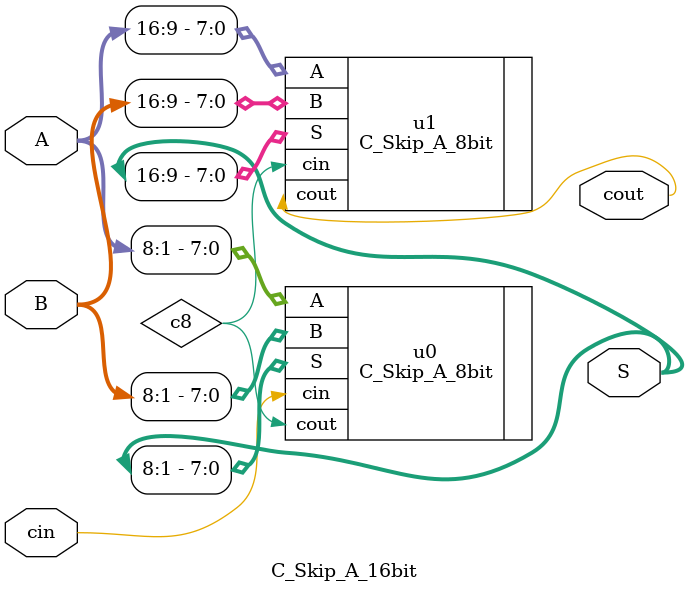
<source format=v>
module C_Skip_A_16bit #(
    parameter width=16
)(
    input wire [width:1] A,
    input wire [width:1] B,
    input wire cin,
    output wire [width:1] S,
    output wire cout
);

    wire c8;

    C_Skip_A_8bit #(.width(8)) u0 (
        .A(A[8:1]),
        .B(B[8:1]),
        .cin(cin),
        .S(S[8:1]),
        .cout(c8)
    );
    C_Skip_A_8bit #(.width(8)) u1 (
        .A(A[16:9]),
        .B(B[16:9]),
        .cin(c8),
        .S(S[16:9]),
        .cout(cout)
    );

endmodule

</source>
